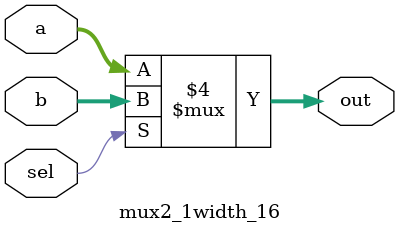
<source format=v>
`timescale 1ns / 1ps


module mux2_1width_16(sel, a, b,
    out
    );
    input sel;
    input [15:0] a, b;
    output reg[15:0] out;
    always @(sel , a, b)
        if(!sel)
            out = a;
        else
            out = b;
endmodule

</source>
